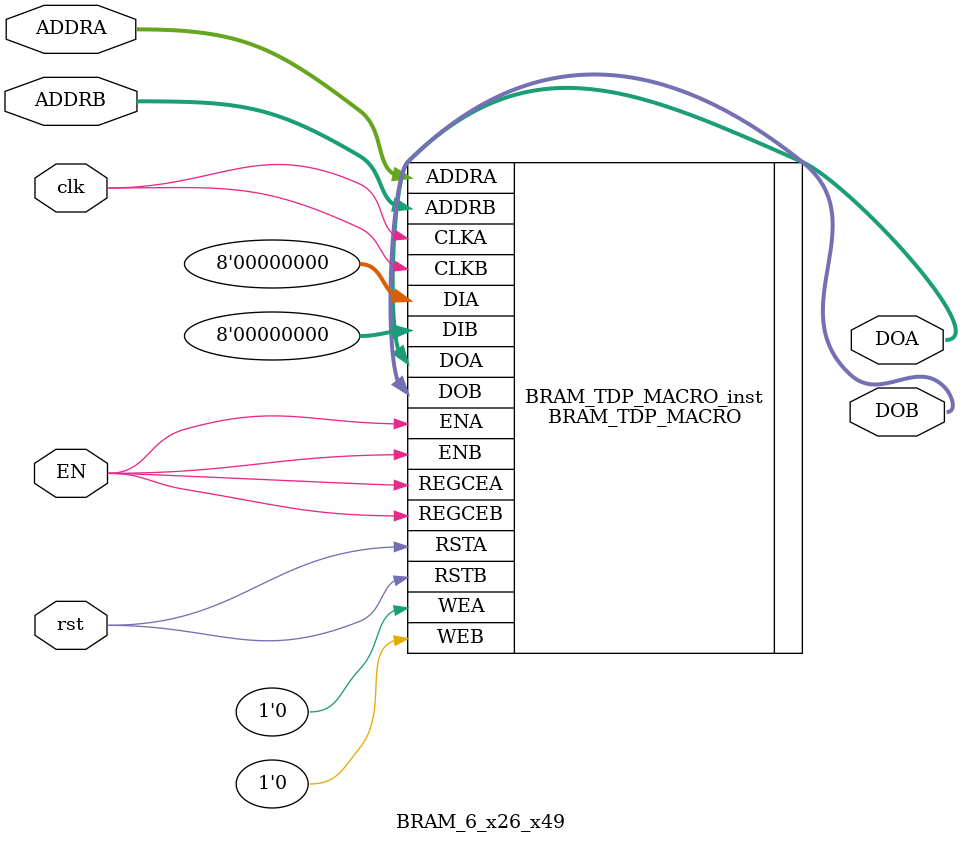
<source format=v>

module BRAM_6_x26_x49(
    input [9:0] ADDRA,
    input [9:0] ADDRB,
    input clk,
    input rst, input EN,
    output [7:0] DOA,
    output [7:0] DOB
    );



// Spartan-6
// Xilinx HDL Libraries Guide, version 14.7
//////////////////////////////////////////////////////////////////////////
// DATA_WIDTH_A/B | BRAM_SIZE | RAM Depth | ADDRA/B Width | WEA/B Width //
// ===============|===========|===========|===============|=============//
// 19-36 | "18Kb" | 512 | 9-bit | 4-bit //
// 10-18 | "18Kb" | 1024 | 10-bit | 2-bit //
// 10-18 | "9Kb" | 512 | 9-bit | 2-bit //
// 5-9 | "18Kb" | 2048 | 11-bit | 1-bit //
// 5-9 | "9Kb" | 1024 | 10-bit | 1-bit //
// 3-4 | "18Kb" | 4096 | 12-bit | 1-bit //
// 3-4 | "9Kb" | 2048 | 11-bit | 1-bit //
// 2 | "18Kb" | 8192 | 13-bit | 1-bit //
// 2 | "9Kb" | 4096 | 12-bit | 1-bit //
// 1 | "18Kb" | 16384 | 14-bit | 1-bit //
// 1 | "9Kb" | 8192 | 12-bit | 1-bit //
//////////////////////////////////////////////////////////////////////////
BRAM_TDP_MACRO #(
	.BRAM_SIZE("9Kb"), // Target BRAM: "9Kb" or "18Kb"
	.DEVICE("SPARTAN6"), // Target device: "VIRTEX5", "VIRTEX6", "SPARTAN6"
	.DOA_REG(1), // Optional port A output register (0 or 1)
	.DOB_REG(1), // Optional port B output register (0 or 1)
	.INIT_A(36'h0123), // Initial values on port A output port
	.INIT_B(36'h3210), // Initial values on port B output port
	.INIT_FILE ("NONE"),
	.READ_WIDTH_A (8), // Valid values are 1-36
	.READ_WIDTH_B (8), // Valid values are 1-36
	.SIM_COLLISION_CHECK ("NONE"), // Collision check enable "ALL", "WARNING_ONLY",
	// "GENERATE_X_ONLY" or "NONE"
	.SRVAL_A(36'h00000000), // Set/Reset value for port A output
	.SRVAL_B(36'h00000000), // Set/Reset value for port B output
	.WRITE_MODE_A("WRITE_FIRST"), // "WRITE_FIRST", "READ_FIRST", or "NO_CHANGE"
	.WRITE_MODE_B("WRITE_FIRST"), // "WRITE_FIRST", "READ_FIRST", or "NO_CHANGE"
	.WRITE_WIDTH_A(8), // Valid values are 1-36
	.WRITE_WIDTH_B(8), // Valid values are 1-36
	
.INIT_00(256'hD161713F550039000E5E9D0050000F00B000EC00D0001E0079001600FC000100),
.INIT_01(256'h2DD6BF88FA00A400698FC8D102006F0030665E66D2002E0062003F000300CC00),
.INIT_02(256'hB21370CD0A3C04BC8D4FFC11B0000D0032DF0C5F7F80D300A7002A0050004F00),
.INIT_03(256'hD6DA26043D4201C272E031BE7A7EF57E54B958399B8005005A00E50049006400),
.INIT_04(256'hCA2E4470579C159C4B8DF6D30C007D001A006800B0005000110050005E008D00),
.INIT_05(256'hE704EBEAC8E00850FDC1C22F6E7C9DCC873777874EB02C001751D4E15DB00C00),
.INIT_06(256'hF01D1CC310A0302091DDCE83F4006700C19ED11E0780850096413541EA00DB00),
.INIT_07(256'h45492B2717A2B592BFEF62010E021FB2BAA928991F301F00761057A00FB0BC00),
.INIT_08(256'h2F9F8FC1ABFEC7FEF0A063FEAEFEF1FE4EFE12FE2EFEE0FE87FEE8FE02FEFFFE),
.INIT_09(256'hD328417604FE5AFE9771362FFCFE91FECE98A0982CFED0FE9CFEC1FEFDFE32FE),
.INIT_0A(256'h4CED8E33F4C2FA4273B102EF4EFEF3FECC21F2A1817E2DFE59FED4FEAEFEB1FE),
.INIT_0B(256'h2824D8FAC3BCFF3C8C1ECF4084800B80AA47A6C7657EFBFEA4FE1BFEB7FE9AFE),
.INIT_0C(256'h34D0BA8EA962EB62B573082DF2FE83FEE4FE96FE4EFEAEFEEFFEAEFEA0FE73FE),
.INIT_0D(256'h19FA1514361EF6AE033F3CD19082633279C98979B04ED2FEE9AF2A1FA34EF2FE),
.INIT_0E(256'h0EE3E23DEE5ECEDE6F23307D0AFE99FE3F602FE0F97E7BFE68BFCBBF14FE25FE),
.INIT_0F(256'hBBB7D5D9E95C4B6C41119CFFF0FCE14C4457D667E1CEE1FE88EEA95EF14E42FE),
.INIT_10(256'h1B324892CD002000E9A00F009B00C30003001F00F600F4006B00C200A8001F00),
.INIT_11(256'h467907D9D9002600B7C34363A400EE00D828D62807001700B30008007200D700),
.INIT_12(256'hA194ABB42A479EC73CCC036C9E001F008F0DCA8D4B8010004F003F0030005E00),
.INIT_13(256'h21F839D8E36045E0BF8892287C27EF27AE25F9A5408009006D000F0010006C00),
.INIT_14(256'h6527D2874B6342634AD64876C0007C003900C1004200A400EF00A200A200F100),
.INIT_15(256'h5C469E8187F5FB92709F07582796EEF177F3FA949A670900A2DB9ABC51677700),
.INIT_16(256'hC74A296A7F242FA487715CD116007300ADC60C462C809300D3CB47CBE9006300),
.INIT_17(256'h230CB84B6E954B72601FCED82CB13CD61935CDD20EE7C40064108577E0671F00),
.INIT_18(256'hE5CCB66C33FEDEFE175EF1FE65FE3DFEFDFEE1FE08FE0AFE95FE3CFE56FEE1FE),
.INIT_19(256'hB887F92727FED8FE493DBD9D5AFE10FE26D628D6F9FEE9FE4DFEF6FE8CFE29FE),
.INIT_1A(256'h5F6A554AD4B96039C232FD9260FEE1FE71F33473B57EEEFEB1FEC1FECEFEA0FE),
.INIT_1B(256'hDF06C7261D9EBB1E41766CD682D911D950DB075BBE7EF7FE93FEF1FEEEFE92FE),
.INIT_1C(256'h9BD92C79B59DBC9DB428B6883EFE82FEC7FE3FFEBCFE5AFE11FE5CFE5CFE0FFE),
.INIT_1D(256'hA2B8607F790B056C8E61F9A6D968100F890D046A6499F7FE5C256442AF9989FE),
.INIT_1E(256'h39B4D79481DAD15A798FA22FE8FE8DFE5338F2B8D27E6DFE2D35B93517FE9DFE),
.INIT_1F(256'hDDF246B5906BB58C9EE13026D24FC228E7CB332CF0193AFE9AEE7B891E99E1FE),


	
	//===============================================================================
	
	.INIT_20(256'h0000000000000000000000000000000000000000000000000000000000000000),
	.INIT_21(256'h0000000000000000000000000000000000000000000000000000000000000000),
	.INIT_22(256'h0000000000000000000000000000000000000000000000000000000000000000),
	.INIT_23(256'h0000000000000000000000000000000000000000000000000000000000000000),
	.INIT_24(256'h0000000000000000000000000000000000000000000000000000000000000000),
	.INIT_25(256'h0000000000000000000000000000000000000000000000000000000000000000),
	.INIT_26(256'h0000000000000000000000000000000000000000000000000000000000000000),
	.INIT_27(256'h0000000000000000000000000000000000000000000000000000000000000000),
	.INIT_28(256'h0000000000000000000000000000000000000000000000000000000000000000),
	.INIT_29(256'h0000000000000000000000000000000000000000000000000000000000000000),
	.INIT_2A(256'h0000000000000000000000000000000000000000000000000000000000000000),
	.INIT_2B(256'h0000000000000000000000000000000000000000000000000000000000000000),
	.INIT_2C(256'h0000000000000000000000000000000000000000000000000000000000000000),
	.INIT_2D(256'h0000000000000000000000000000000000000000000000000000000000000000),
	.INIT_2E(256'h0000000000000000000000000000000000000000000000000000000000000000),
	.INIT_2F(256'h0000000000000000000000000000000000000000000000000000000000000000),
	.INIT_30(256'h0000000000000000000000000000000000000000000000000000000000000000),
	.INIT_31(256'h0000000000000000000000000000000000000000000000000000000000000000),
	.INIT_32(256'h0000000000000000000000000000000000000000000000000000000000000000),
	.INIT_33(256'h0000000000000000000000000000000000000000000000000000000000000000),
	.INIT_34(256'h0000000000000000000000000000000000000000000000000000000000000000),
	.INIT_35(256'h0000000000000000000000000000000000000000000000000000000000000000),
	.INIT_36(256'h0000000000000000000000000000000000000000000000000000000000000000),
	.INIT_37(256'h0000000000000000000000000000000000000000000000000000000000000000),
	.INIT_38(256'h0000000000000000000000000000000000000000000000000000000000000000),
	.INIT_39(256'h0000000000000000000000000000000000000000000000000000000000000000),
	.INIT_3A(256'h0000000000000000000000000000000000000000000000000000000000000000),
	.INIT_3B(256'h0000000000000000000000000000000000000000000000000000000000000000),
	.INIT_3C(256'h0000000000000000000000000000000000000000000000000000000000000000),
	.INIT_3D(256'h0000000000000000000000000000000000000000000000000000000000000000),
	.INIT_3E(256'h0000000000000000000000000000000000000000000000000000000000000000),
	.INIT_3F(256'h0000000000000000000000000000000000000000000000000000000000000000),


	// The next set of INITP_xx are for the parity bits
	.INITP_00(256'h0000000000000000000000000000000000000000000000000000000000000000),
	.INITP_01(256'h0000000000000000000000000000000000000000000000000000000000000000),
	.INITP_02(256'h0000000000000000000000000000000000000000000000000000000000000000),
	.INITP_03(256'h0000000000000000000000000000000000000000000000000000000000000000),
	// The next set of INITP_xx are for "18Kb" configuration only
	.INITP_04(256'h0000000000000000000000000000000000000000000000000000000000000000),
	.INITP_05(256'h0000000000000000000000000000000000000000000000000000000000000000),
	.INITP_06(256'h0000000000000000000000000000000000000000000000000000000000000000),
	.INITP_07(256'h0000000000000000000000000000000000000000000000000000000000000000)
) BRAM_TDP_MACRO_inst (
	.DOA(DOA), // Output port-A data, width defined by READ_WIDTH_A parameter
	.DOB(DOB), // Output port-B data, width defined by READ_WIDTH_B parameter
	.ADDRA(ADDRA), // Input port-A address, width defined by Port A depth
	.ADDRB(ADDRB), // Input port-B address, width defined by Port B depth
	.CLKA(clk), // 1-bit input port-A clock
	.CLKB(clk), // 1-bit input port-B clock
	.DIA(8'h0), // Input port-A data, width defined by WRITE_WIDTH_A parameter
	.DIB(8'h0), // Input port-B data, width defined by WRITE_WIDTH_B parameter
	.ENA(EN), // 1-bit input port-A enable
	.ENB(EN), // 1-bit input port-B enable
	.REGCEA(EN), // 1-bit input port-A output register enable
	.REGCEB(EN), // 1-bit input port-B output register enable
	.RSTA(rst), // 1-bit input port-A reset
	.RSTB(rst), // 1-bit input port-B reset
	.WEA(1'b0), // Input port-A write enable, width defined by Port A depth
	.WEB(1'b0) // Input port-B write enable, width defined by Port B depth
);
// End of BRAM_TDP_MACRO_inst instantiation
endmodule

</source>
